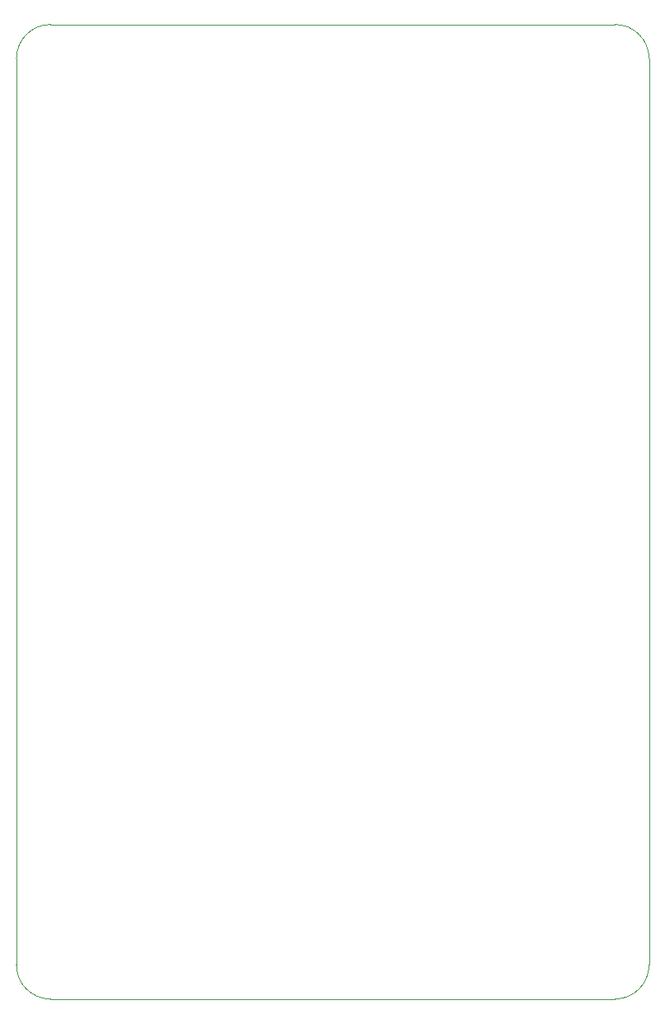
<source format=gbr>
%TF.GenerationSoftware,KiCad,Pcbnew,7.0.5-7.0.5~ubuntu22.04.1*%
%TF.CreationDate,2023-07-02T20:15:11+01:00*%
%TF.ProjectId,sensorboard-v4-base-station,73656e73-6f72-4626-9f61-72642d76342d,rev?*%
%TF.SameCoordinates,Original*%
%TF.FileFunction,Profile,NP*%
%FSLAX46Y46*%
G04 Gerber Fmt 4.6, Leading zero omitted, Abs format (unit mm)*
G04 Created by KiCad (PCBNEW 7.0.5-7.0.5~ubuntu22.04.1) date 2023-07-02 20:15:11*
%MOMM*%
%LPD*%
G01*
G04 APERTURE LIST*
%TA.AperFunction,Profile*%
%ADD10C,0.050000*%
%TD*%
%TA.AperFunction,Profile*%
%ADD11C,0.120000*%
%TD*%
G04 APERTURE END LIST*
D10*
X-4870000Y98750002D02*
X53130000Y98750002D01*
D11*
X56630002Y95250002D02*
G75*
G03*
X53130000Y98750002I-3500002J-2D01*
G01*
X-4870000Y98750000D02*
G75*
G03*
X-8370000Y95250002I0J-3500000D01*
G01*
X-8369998Y2250002D02*
G75*
G03*
X-4870000Y-1249998I3499998J-2D01*
G01*
D10*
X56630000Y95250002D02*
X56630000Y2250002D01*
X-8370000Y95250002D02*
X-8370000Y2250002D01*
D11*
X53130000Y-1250000D02*
G75*
G03*
X56630000Y2250002I0J3500000D01*
G01*
D10*
X-4870000Y-1249998D02*
X53130000Y-1249998D01*
M02*

</source>
